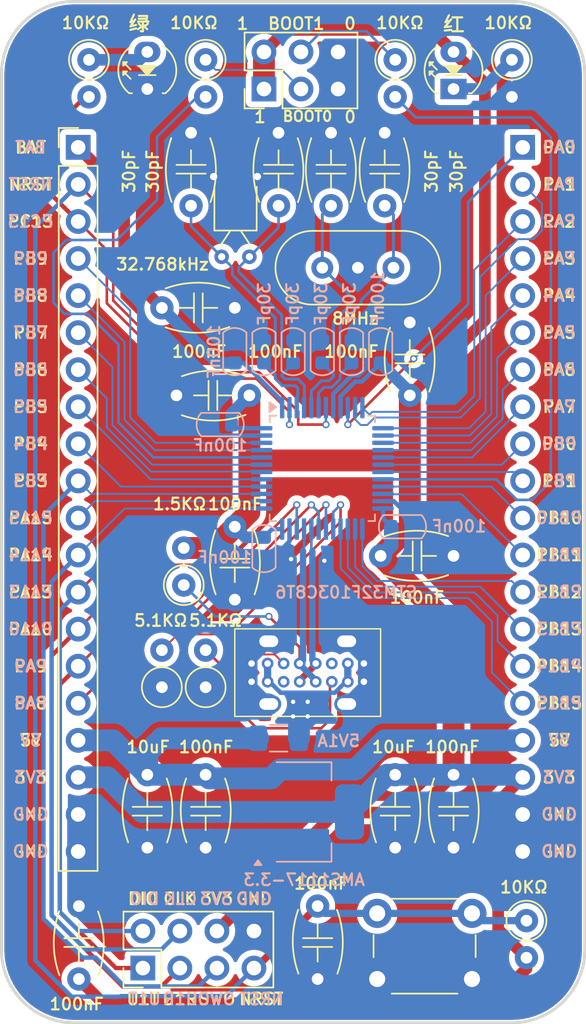
<source format=kicad_pcb>
(kicad_pcb (version 20240108) (generator "pcbnew") (generator_version "8.0")
  (layers (0 "F.Cu" signal) (31 "B.Cu" signal) (34 "B.Paste" user) (35 "F.Paste" user) (36 "B.SilkS" user "B.Silkscreen") (37 "F.SilkS" user "F.Silkscreen") (38 "B.Mask" user) (39 "F.Mask" user) (44 "Edge.Cuts" user))
  (net 0 "")
  (net 1 "+5V")
  (net 2 "GND")
  (net 3 "+3.3V")
  (net 4 "/NRST")
  (net 5 "/OSC32+")
  (net 6 "/OSC32-")
  (net 7 "/OSC+")
  (net 8 "/OSC-")
  (net 9 "+BATT")
  (net 10 "/VBUS")
  (net 12 "/D-")
  (net 14 "/D+")
  (net 15 "Net-(J1-CC2)")
  (net 16 "Net-(J1-CC1)")
  (net 17 "/PB3_SWO")
  (net 18 "/PA13_SWDIO")
  (net 19 "/PA10_USART1_RX")
  (net 20 "/PA9_USART1_TX")
  (net 21 "/PA14_SWCLK")
  (net 22 "Net-(J3-Pin_4)")
  (net 23 "Net-(J3-Pin_3)")
  (net 24 "/PA7")
  (net 25 "/PB11")
  (net 26 "/PA0")
  (net 27 "/PA1")
  (net 28 "/PA2")
  (net 29 "/PC13")
  (net 30 "/PB1")
  (net 31 "/PA3")
  (net 32 "/PB10")
  (net 33 "/PA6")
  (net 34 "/PA4")
  (net 35 "/PB0")
  (net 36 "/PA5")
  (net 37 "/PB12")
  (net 38 "/PB8")
  (net 39 "/PA8")
  (net 40 "/PB9")
  (net 41 "/PB7")
  (net 42 "/PB14")
  (net 43 "/PB4")
  (net 44 "/PB15")
  (net 45 "/PB13")
  (net 46 "/PB6")
  (net 47 "/PB5")
  (net 48 "/PA15")
  (net 49 "Net-(LED1-K)")
  (net 50 "Net-(LED2-A)")
  (net 51 "/BOOT0")
  (net 52 "/PB2_BOOT1")
  (footprint "PCM_Capacitor_THT_US_AKL:C_Disc_D5.1mm_W3.2mm_P5.00mm" (layer "F.Cu") (at 83.31 135 90)
    (property "Reference" "C5" (hide yes))
    (property "Value" "100nF")
  )
  (footprint "PCM_Resistor_THT_AKL:R_Axial_DIN0207_L6.3mm_D2.5mm_P2.54mm_Vertical" (layer "F.Cu") (at 113 72 -90)
    (property "Reference" "R4" (hide yes))
    (property "Value" "10KΩ")
  )
  (footprint "PCM_Resistor_THT_AKL:R_Axial_DIN0207_L6.3mm_D2.5mm_P2.54mm_Vertical" (layer "F.Cu") (at 105 72 -90)
    (property "Reference" "R8" (hide yes))
    (property "Value" "10KΩ")
  )
  (footprint "PCM_Capacitor_THT_US_AKL:C_Disc_D5.1mm_W3.2mm_P5.00mm" (layer "F.Cu") (at 105 121 -90)
    (property "Reference" "C3" (hide yes))
    (property "Value" "10uF")
  )
  (footprint "Connector_PinHeader_2.54mm:PinHeader_2x04_P2.54mm_Vertical" (layer "F.Cu") (at 87.695 134.25 90)
    (property "Reference" "J2" (hide yes))
    (property "Value" "Conn_02x04_Odd_Even" (hide yes))
  )
  (footprint "PCM_Resistor_THT_AKL:R_Axial_DIN0207_L6.3mm_D2.5mm_P2.54mm_Vertical" (layer "F.Cu") (at 92 72 -90)
    (property "Reference" "R7" (hide yes))
    (property "Value" "10KΩ")
  )
  (footprint "PCM_Capacitor_THT_US_AKL:C_Disc_D5.1mm_W3.2mm_P5.00mm" (layer "F.Cu") (at 99.68 130 -90)
    (property "Reference" "C6" (hide yes))
    (property "Value" "100nF")
  )
  (footprint "PCM_Capacitor_THT_US_AKL:C_Disc_D5.1mm_W3.2mm_P5.00mm" (layer "F.Cu") (at 109 121 -90)
    (property "Reference" "C4" (hide yes))
    (property "Value" "100nF")
  )
  (footprint "PCM_Capacitor_THT_US_AKL:C_Disc_D5.1mm_W3.2mm_P5.00mm" (layer "F.Cu") (at 88 121 -90)
    (property "Reference" "C1" (hide yes))
    (property "Value" "10uF")
  )
  (footprint "PCM_Resistor_THT_AKL:R_Axial_DIN0207_L6.3mm_D2.5mm_P2.54mm_Vertical" (layer "F.Cu") (at 114 131 -90)
    (property "Reference" "R6" (hide yes))
    (property "Value" "10KΩ")
  )
  (footprint "PCM_Resistor_THT_AKL:R_Axial_DIN0207_L6.3mm_D2.5mm_P2.54mm_Vertical" (layer "F.Cu") (at 84 72 -90)
    (property "Reference" "R1" (hide yes))
    (property "Value" "10KΩ")
  )
  (footprint "PCM_Resistor_THT_AKL:R_Axial_DIN0207_L6.3mm_D2.5mm_P2.54mm_Vertical" (layer "F.Cu") (at 90.5 108 90)
    (property "Reference" "R5" (hide yes))
    (property "Value" "1.5KΩ")
  )
  (footprint "PCM_LED_THT_AKL:LED_D3.0mm" (layer "F.Cu") (at 88 74 90)
    (property "Reference" "LED2" (hide yes))
    (property "Value" "绿")
  )
  (footprint "wsylib:USB_C_Receptacle_USB2.0_16P_Ping_in" (layer "F.Cu") (at 99 114)
    (property "Reference" "J1" (hide yes))
    (property "Value" "USB_C_Receptacle_USB2.0_16P" (hide yes))
  )
  (footprint "Connector_PinHeader_2.54mm:PinHeader_1x20_P2.54mm_Vertical" (layer "F.Cu") (at 113.74041 78)
    (property "Reference" "J4" (hide yes))
    (property "Value" "Conn_01x20" (hide yes))
  )
  (footprint "PCM_Capacitor_THT_US_AKL:C_Disc_D5.1mm_W3.2mm_P5.00mm" (layer "F.Cu") (at 100.6 82 90)
    (property "Reference" "C11" (hide yes))
    (property "Value" "30pF")
  )
  (footprint "Button_Switch_THT:SW_PUSH_6mm_H7.3mm" (layer "F.Cu") (at 110.265 135 180)
    (property "Reference" "SW1" (hide yes))
    (property "Value" "SW_DIP_x01" (hide yes))
  )
  (footprint "Connector_PinHeader_2.54mm:PinHeader_2x03_P2.54mm_Vertical" (layer "F.Cu") (at 96 74 90)
    (property "Reference" "J3" (hide yes))
    (property "Value" "Conn_02x03_Odd_Even" (hide yes))
  )
  (footprint "PCM_Capacitor_THT_US_AKL:C_Disc_D5.1mm_W3.2mm_P5.00mm" (layer "F.Cu") (at 89 89)
    (property "Reference" "C15" (hide yes))
    (property "Value" "100nF")
  )
  (footprint "Connector_PinHeader_2.54mm:PinHeader_1x20_P2.54mm_Vertical" (layer "F.Cu") (at 83.25959 78)
    (property "Reference" "J5" (hide yes))
    (property "Value" "Conn_01x20" (hide yes))
  )
  (footprint "PCM_Capacitor_THT_US_AKL:C_Disc_D5.1mm_W3.2mm_P5.00mm" (layer "F.Cu") (at 104.28 82 90)
    (property "Reference" "C12" (hide yes))
    (property "Value" "30pF")
  )
  (footprint "PCM_Capacitor_THT_US_AKL:C_Disc_D5.1mm_W3.2mm_P5.00mm" (layer "F.Cu") (at 92 121 -90)
    (property "Reference" "C2" (hide yes))
    (property "Value" "100nF")
  )
  (footprint "PCM_Capacitor_THT_US_AKL:C_Disc_D5.1mm_W3.2mm_P5.00mm" (layer "F.Cu") (at 91 82 90)
    (property "Reference" "C7" (hide yes))
    (property "Value" "30pF")
  )
  (footprint "PCM_Resistor_THT_AKL:R_Axial_DIN0207_L6.3mm_D2.5mm_P2.54mm_Vertical" (layer "F.Cu") (at 92 115 90)
    (property "Reference" "R3" (hide yes))
    (property "Value" "5.1KΩ")
  )
  (footprint "PCM_Capacitor_THT_US_AKL:C_Disc_D5.1mm_W3.2mm_P5.00mm" (layer "F.Cu") (at 94 104 -90)
    (property "Reference" "C17" (hide yes))
    (property "Value" "100nF")
  )
  (footprint "PCM_Capacitor_THT_US_AKL:C_Disc_D5.1mm_W3.2mm_P5.00mm" (layer "F.Cu") (at 106 95 90)
    (property "Reference" "C19" (hide yes))
    (property "Value" "100nF")
  )
  (footprint "PCM_Resistor_THT_AKL:R_Axial_DIN0207_L6.3mm_D2.5mm_P2.54mm_Vertical" (layer "F.Cu") (at 89 115 90)
    (property "Reference" "R2" (hide yes))
    (property "Value" "5.1KΩ")
  )
  (footprint "PCM_LED_THT_AKL:LED_D3.0mm" (layer "F.Cu") (at 109 74 90)
    (property "Reference" "LED1" (hide yes))
    (property "Value" "红")
  )
  (footprint "PCM_Capacitor_THT_US_AKL:C_Disc_D5.1mm_W3.2mm_P5.00mm" (layer "F.Cu") (at 97 82 90)
    (property "Reference" "C8" (hide yes))
    (property "Value" "30pF")
  )
  (footprint "PCM_Capacitor_THT_US_AKL:C_Disc_D5.1mm_W3.2mm_P5.00mm" (layer "F.Cu") (at 95 95 180)
    (property "Reference" "C18" (hide yes))
    (property "Value" "100nF")
  )
  (footprint "PCM_Crystal_AKL:Crystal_HC49-U-3Pin_Vertical" (layer "F.Cu") (at 100 86.25)
    (property "Reference" "X2" (hide yes))
    (property "Value" "8MHz")
  )
  (footprint "Crystal:Crystal_DS26_D2.0mm_L6.0mm_Horizontal_1EP_style2" (layer "F.Cu") (at 95 85.5 180)
    (property "Reference" "X1" (hide yes))
    (property "Value" "32.768kHz")
  )
  (footprint "PCM_Capacitor_THT_US_AKL:C_Disc_D5.1mm_W3.2mm_P5.00mm" (layer "F.Cu") (at 104 106)
    (property "Reference" "C16" (hide yes))
    (property "Value" "100nF")
  )
  (footprint "PCM_Capacitor_SMD_AKL:C_0603_1608Metric" (layer "B.Cu") (at 96 105.5 -90)
    (property "Reference" "C20" (hide yes))
    (property "Value" "100nF")
  )
  (footprint "PCM_Capacitor_SMD_AKL:C_0603_1608Metric" (layer "B.Cu") (at 94 92 90)
    (property "Reference" "C24" (hide yes))
    (property "Value" "100nF")
  )
  (footprint "PCM_Capacitor_SMD_AKL:C_0603_1608Metric" (layer "B.Cu") (at 104 92 90)
    (property "Reference" "C22" (hide yes))
    (property "Value" "100nF")
  )
  (footprint "Package_TO_SOT_SMD:SOT-223-3_TabPin2" (layer "B.Cu") (at 98.72 123.55)
    (property "Reference" "U1" (hide yes))
    (property "Value" "AMS1117-3.3")
  )
  (footprint "Fuse:Fuse_1206_3216Metric" (layer "B.Cu") (at 97 118.5 180)
    (property "Reference" "F1" (hide yes))
    (property "Value" "5V1A")
  )
  (footprint "PCM_Capacitor_SMD_AKL:C_0603_1608Metric" (layer "B.Cu") (at 96 92 90)
    (property "Reference" "C9" (hide yes))
    (property "Value" "30pF")
  )
  (footprint "PCM_Capacitor_SMD_AKL:C_0603_1608Metric" (layer "B.Cu") (at 100 92 90)
    (property "Reference" "C13" (hide yes))
    (property "Value" "30pF")
  )
  (footprint "PCM_Capacitor_SMD_AKL:C_0603_1608Metric" (layer "B.Cu") (at 105.5 104)
    (property "Reference" "C23" (hide yes))
    (property "Value" "100nF")
  )
  (footprint "Package_QFP:LQFP-48_7x7mm_P0.5mm" (layer "B.Cu") (at 100 100 -90)
    (property "Reference" "U2" (hide yes))
    (property "Value" "STM32F103C8T6")
  )
  (footprint "PCM_Capacitor_SMD_AKL:C_0603_1608Metric" (layer "B.Cu") (at 102 92 90)
    (property "Reference" "C14" (hide yes))
    (property "Value" "30pF")
  )
  (footprint "PCM_Capacitor_SMD_AKL:C_0603_1608Metric" (layer "B.Cu") (at 98 92 90)
    (property "Reference" "C10" (hide yes))
    (property "Value" "30pF")
  )
  (footprint "PCM_Capacitor_SMD_AKL:C_0603_1608Metric" (layer "B.Cu") (at 93 97 180)
    (property "Reference" "C21" (hide yes))
    (property "Value" "100nF")
  )
  (gr_arc (start 118 133) (mid 116.535534 136.535534) (end 113 138) (stroke (width 0.2)) (layer "Edge.Cuts"))
  (gr_line (start 83 68) (end 113 68) (stroke (width 0.2)) (layer "Edge.Cuts"))
  (gr_line (start 113 138) (end 83 138) (stroke (width 0.2)) (layer "Edge.Cuts"))
  (gr_arc (start 113 68) (mid 116.535534 69.464466) (end 118 73) (stroke (width 0.2)) (layer "Edge.Cuts"))
  (gr_arc (start 83 138) (mid 79.464466 136.535534) (end 78 133) (stroke (width 0.2)) (layer "Edge.Cuts"))
  (gr_arc (start 78 73) (mid 79.464466 69.464466) (end 83 68) (stroke (width 0.2)) (layer "Edge.Cuts"))
  (gr_line (start 118 73) (end 118 133) (stroke (width 0.2)) (layer "Edge.Cuts"))
  (gr_line (start 78 133) (end 78 73) (stroke (width 0.2)) (layer "Edge.Cuts"))
  (gr_text "3V3\n" (at 80 121.18 -0) (layer "B.SilkS") (effects (font (size 0.8 0.8) (thickness 0.15) (bold yes)) (justify mirror)))
  (gr_text "GND" (at 95.335714 129.51 -0) (layer "B.SilkS") (effects (font (size 0.8 0.8) (thickness 0.15) (bold yes)) (justify mirror)))
  (gr_text "PB13" (at 116.24 111.01 -0) (layer "B.SilkS") (effects (font (size 0.8 0.8) (thickness 0.15) (bold yes)) (justify mirror)))
  (gr_text "PA8" (at 80 116.1 -0) (layer "B.SilkS") (effects (font (size 0.8 0.8) (thickness 0.15) (bold yes)) (justify mirror)))
  (gr_text "GND" (at 80 123.72 -0) (layer "B.SilkS") (effects (font (size 0.8 0.8) (thickness 0.15) (bold yes)) (justify mirror)))
  (gr_text "PB7" (at 80 90.7 -0) (layer "B.SilkS") (effects (font (size 0.8 0.8) (thickness 0.15) (bold yes)) (justify mirror)))
  (gr_text "GND" (at 116.24 123.71 -0) (layer "B.SilkS") (effects (font (size 0.8 0.8) (thickness 0.15) (bold yes)) (justify mirror)))
  (gr_text "PB4" (at 80 98.32 -0) (layer "B.SilkS") (effects (font (size 0.8 0.8) (thickness 0.15) (bold yes)) (justify mirror)))
  (gr_text "PB11" (at 116.24 105.93 -0) (layer "B.SilkS") (effects (font (size 0.8 0.8) (thickness 0.15) (bold yes)) (justify mirror)))
  (gr_text "PB12" (at 116.24 108.47 -0) (layer "B.SilkS") (effects (font (size 0.8 0.8) (thickness 0.15) (bold yes)) (justify mirror)))
  (gr_text "U1R" (at 90.28 136.37 -0) (layer "B.SilkS") (effects (font (size 0.8 0.8) (thickness 0.15) (bold yes)) (justify mirror)))
  (gr_text "PB5" (at 80 95.78 -0) (layer "B.SilkS") (effects (font (size 0.8 0.8) (thickness 0.15) (bold yes)) (justify mirror)))
  (gr_text "PA2" (at 116.24 83.07 -0) (layer "B.SilkS") (effects (font (size 0.8 0.8) (thickness 0.15) (bold yes)) (justify mirror)))
  (gr_text "PB14" (at 116.24 113.55 -0) (layer "B.SilkS") (effects (font (size 0.8 0.8) (thickness 0.15) (bold yes)) (justify mirror)))
  (gr_text "BAT\n" (at 80 78 -0) (layer "B.SilkS") (effects (font (size 0.8 0.8) (thickness 0.15) (bold yes)) (justify mirror)))
  (gr_text "PA0\n" (at 116.24 77.99 -0) (layer "B.SilkS") (effects (font (size 0.8 0.8) (thickness 0.15) (bold yes)) (justify mirror)))
  (gr_text "3V3" (at 116.24 121.17 -0) (layer "B.SilkS") (effects (font (size 0.8 0.8) (thickness 0.15) (bold yes)) (justify mirror)))
  (gr_text "PA6" (at 116.24 93.23 -0) (layer "B.SilkS") (effects (font (size 0.8 0.8) (thickness 0.15) (bold yes)) (justify mirror)))
  (gr_text "NRST" (at 95.835714 136.38 0) (layer "B.SilkS") (effects (font (size 0.8 0.8) (thickness 0.15) (bold yes)) (justify mirror)))
  (gr_text "GND" (at 116.24 126.25 -0) (layer "B.SilkS") (effects (font (size 0.8 0.8) (thickness 0.15) (bold yes)) (justify mirror)))
  (gr_text "PB6\n" (at 80 93.24 -0) (layer "B.SilkS") (effects (font (size 0.8 0.8) (thickness 0.15) (bold yes)) (justify mirror)))
  (gr_text "PB3" (at 80 100.86 -0) (layer "B.SilkS") (effects (font (size 0.8 0.8) (thickness 0.15) (bold yes)) (justify mirror)))
  (gr_text "CLK" (at 90.28 129.5 -0) (layer "B.SilkS") (effects (font (size 0.8 0.8) (thickness 0.15) (bold yes)) (justify mirror)))
  (gr_text "PB8" (at 80 88.16 -0) (layer "B.SilkS") (effects (font (size 0.8 0.8) (thickness 0.15) (bold yes)) (justify mirror)))
  (gr_text "GND" (at 80 126.26 -0) (layer "B.SilkS") (effects (font (size 0.8 0.8) (thickness 0.15) (bold yes)) (justify mirror)))
  (gr_text "SWO" (at 92.71 136.36 -0) (layer "B.SilkS") (effects (font (size 0.8 0.8) (thickness 0.15) (bold yes)) (justify mirror)))
  (gr_text "PA7" (at 116.24 95.77 -0) (layer "B.SilkS") (effects (font (size 0.8 0.8) (thickness 0.15) (bold yes)) (justify mirror)))
  (gr_text "PA1" (at 116.24 80.53 -0) (layer "B.SilkS") (effects (font (size 0.8 0.8) (thickness 0.15) (bold yes)) (justify mirror)))
  (gr_text "PC13" (at 80 83.08 -0) (layer "B.SilkS") (effects (font (size 0.8 0.8) (thickness 0.15) (bold yes)) (justify mirror)))
  (gr_text "PB15" (at 116.24 116.09 -0) (layer "B.SilkS") (effects (font (size 0.8 0.8) (thickness 0.15) (bold yes)) (justify mirror)))
  (gr_text "PA9" (at 80 113.56 -0) (layer "B.SilkS") (effects (font (size 0.8 0.8) (thickness 0.15) (bold yes)) (justify mirror)))
  (gr_text "PA10" (at 80 111.02 -0) (layer "B.SilkS") (effects (font (size 0.8 0.8) (thickness 0.15) (bold yes)) (justify mirror)))
  (gr_text "3V3" (at 92.71 129.49 -0) (layer "B.SilkS") (effects (font (size 0.8 0.8) (thickness 0.15) (bold yes)) (justify mirror)))
  (gr_text "DIO\n" (at 87.81 129.5 -0) (layer "B.SilkS") (effects (font (size 0.8 0.8) (thickness 0.15) (bold yes)) (justify mirror)))
  (gr_text "PB10" (at 116.24 103.39 -0) (layer "B.SilkS") (effects (font (size 0.8 0.8) (thickness 0.15) (bold yes)) (justify mirror)))
  (gr_text "PB1" (at 116.24 100.85 -0) (layer "B.SilkS") (effects (font (size 0.8 0.8) (thickness 0.15) (bold yes)) (justify mirror)))
  (gr_text "NRST" (at 80 80.54 -0) (layer "B.SilkS") (effects (font (size 0.8 0.8) (thickness 0.15) (bold yes)) (justify mirror)))
  (gr_text "PA15" (at 80 103.4 -0) (layer "B.SilkS") (effects (font (size 0.8 0.8) (thickness 0.15) (bold yes)) (justify mirror)))
  (gr_text "PB0" (at 116.24 98.31 -0) (layer "B.SilkS") (effects (font (size 0.8 0.8) (thickness 0.15) (bold yes)) (justify mirror)))
  (gr_text "PA5" (at 116.24 90.69 -0) (layer "B.SilkS") (effects (font (size 0.8 0.8) (thickness 0.15) (bold yes)) (justify mirror)))
  (gr_text "5V" (at 80 118.64 -0) (layer "B.SilkS") (effects (font (size 0.8 0.8) (thickness 0.15) (bold yes)) (justify mirror)))
  (gr_text "PA4" (at 116.24 88.15 -0) (layer "B.SilkS") (effects (font (size 0.8 0.8) (thickness 0.15) (bold yes)) (justify mirror)))
  (gr_text "PB9" (at 80 85.62 -0) (layer "B.SilkS") (effects (font (size 0.8 0.8) (thickness 0.15) (bold yes)) (justify mirror)))
  (gr_text "U1T" (at 87.81 136.37 -0) (layer "B.SilkS") (effects (font (size 0.8 0.8) (thickness 0.15) (bold yes)) (justify mirror)))
  (gr_text "5V" (at 116.24 118.63 -0) (layer "B.SilkS") (effects (font (size 0.8 0.8) (thickness 0.15) (bold yes)) (justify mirror)))
  (gr_text "PA13" (at 80 108.48 -0) (layer "B.SilkS") (effects (font (size 0.8 0.8) (thickness 0.15) (bold yes)) (justify mirror)))
  (gr_text "PA14" (at 80 105.94 -0) (layer "B.SilkS") (effects (font (size 0.8 0.8) (thickness 0.15) (bold yes)) (justify mirror)))
  (gr_text "PA3" (at 116.24 85.61 -0) (layer "B.SilkS") (effects (font (size 0.8 0.8) (thickness 0.15) (bold yes)) (justify mirror)))
  (gr_text "3V3" (at 92.775 129.5 0) (layer "F.SilkS") (effects (font (size 0.8 0.8) (thickness 0.15) (bold yes))))
  (gr_text "GND" (at 116.25 126.26 0) (layer "F.SilkS") (effects (font (size 0.8 0.8) (thickness 0.15) (bold yes))))
  (gr_text "PB10" (at 116.25 103.4 0) (layer "F.SilkS") (effects (font (size 0.8 0.8) (thickness 0.15) (bold yes))))
  (gr_text "PA8" (at 80 116.1 0) (layer "F.SilkS") (effects (font (size 0.8 0.8) (thickness 0.15) (bold yes))))
  (gr_text "1" (at 95.25 76.383039 0) (layer "F.SilkS") (effects (font (size 0.8 0.8) (thickness 0.15) (bold yes)) (justify left bottom)))
  (gr_text "5V" (at 116.25 118.64 0) (layer "F.SilkS") (effects (font (size 0.8 0.8) (thickness 0.15) (bold yes))))
  (gr_text "PA14" (at 80 105.94 0) (layer "F.SilkS") (effects (font (size 0.8 0.8) (thickness 0.15) (bold yes))))
  (gr_text "GND" (at 80 126.26 0) (layer "F.SilkS") (effects (font (size 0.8 0.8) (thickness 0.15) (bold yes))))
  (gr_text "PB7" (at 80 90.7 0) (layer "F.SilkS") (effects (font (size 0.8 0.8) (thickness 0.15) (bold yes))))
  (gr_text "PA10" (at 80 111.02 0) (layer "F.SilkS") (effects (font (size 0.8 0.8) (thickness 0.15) (bold yes))))
  (gr_text "PB5" (at 80 95.78 0) (layer "F.SilkS") (effects (font (size 0.8 0.8) (thickness 0.15) (bold yes))))
  (gr_text "PA1" (at 116.25 80.54 0) (layer "F.SilkS") (effects (font (size 0.8 0.8) (thickness 0.15) (bold yes))))
  (gr_text "PC13" (at 80 83.08 0) (layer "F.SilkS") (effects (font (size 0.8 0.8) (thickness 0.15) (bold yes))))
  (gr_text "BOOT1\n" (at 96.196187 69.98875 0) (layer "F.SilkS") (effects (font (size 0.8 0.8) (thickness 0.15) (bold yes)) (justify left bottom)))
  (gr_text "PB1" (at 116.25 100.86 0) (layer "F.SilkS") (effects (font (size 0.8 0.8) (thickness 0.15) (bold yes))))
  (gr_text "PA15" (at 80 103.4 0) (layer "F.SilkS") (effects (font (size 0.8 0.8) (thickness 0.15) (bold yes))))
  (gr_text "5V" (at 80 118.64 0) (layer "F.SilkS") (effects (font (size 0.8 0.8) (thickness 0.15) (bold yes))))
  (gr_text "BOOT0\n\n" (at 97.2 77.41 0) (layer "F.SilkS") (effects (font (size 0.7 0.7) (thickness 0.15) (bold yes)) (justify left bottom)))
  (gr_text "PB11" (at 116.25 105.94 0) (layer "F.SilkS") (effects (font (size 0.8 0.8) (thickness 0.15) (bold yes))))
  (gr_text "PB8" (at 80 88.16 0) (layer "F.SilkS") (effects (font (size 0.8 0.8) (thickness 0.15) (bold yes))))
  (gr_text "SWO" (at 92.775 136.37 0) (layer "F.SilkS") (effects (font (size 0.8 0.8) (thickness 0.15) (bold yes))))
  (gr_text "NRST" (at 95.815 136.37 0) (layer "F.SilkS") (effects (font (size 0.8 0.8) (thickness 0.15) (bold yes))))
  (gr_text "PB4" (at 80 98.32 0) (layer "F.SilkS") (effects (font (size 0.8 0.8) (thickness 0.15) (bold yes))))
  (gr_text "GND" (at 95.315 129.5 0) (layer "F.SilkS") (effects (font (size 0.8 0.8) (thickness 0.15) (bold yes))))
  (gr_text "PB13" (at 116.25 111.02 0) (layer "F.SilkS") (effects (font (size 0.8 0.8) (thickness 0.15) (bold yes))))
  (gr_text "PB0" (at 116.25 98.32 0) (layer "F.SilkS") (effects (font (size 0.8 0.8) (thickness 0.15) (bold yes))))
  (gr_text "PA0\n" (at 116.25 78 0) (layer "F.SilkS") (effects (font (size 0.8 0.8) (thickness 0.15) (bold yes))))
  (gr_text "0" (at 101.422793 69.98875 0) (layer "F.SilkS") (effects (font (size 0.8 0.8) (thickness 0.15) (bold yes)) (justify left bottom)))
  (gr_text "U1R" (at 90.235 136.37 0) (layer "F.SilkS") (effects (font (size 0.8 0.8) (thickness 0.15) (bold yes))))
  (gr_text "GND" (at 116.25 123.72 0) (layer "F.SilkS") (effects (font (size 0.8 0.8) (thickness 0.15) (bold yes))))
  (gr_text "DIO\n" (at 87.695 129.5 0) (layer "F.SilkS") (effects (font (size 0.8 0.8) (thickness 0.15) (bold yes))))
  (gr_text "GND" (at 80 123.72 0) (layer "F.SilkS") (effects (font (size 0.8 0.8) (thickness 0.15) (bold yes))))
  (gr_text "PB3" (at 80 100.86 0) (layer "F.SilkS") (effects (font (size 0.8 0.8) (thickness 0.15) (bold yes))))
  (gr_text "3V3" (at 116.25 121.18 0) (layer "F.SilkS") (effects (font (size 0.8 0.8) (thickness 0.15) (bold yes))))
  (gr_text "0" (at 101.43 76.383039 0) (layer "F.SilkS") (effects (font (size 0.8 0.8) (thickness 0.15) (bold yes)) (justify left bottom)))
  (gr_text "PA6" (at 116.25 93.24 0) (layer "F.SilkS") (effects (font (size 0.8 0.8) (thickness 0.15) (bold yes))))
  (gr_text "PA2" (at 116.25 83.08 0) (layer "F.SilkS") (effects (font (size 0.8 0.8) (thickness 0.15) (bold yes))))
  (gr_text "PB15" (at 116.25 116.1 0) (layer "F.SilkS") (effects (font (size 0.8 0.8) (thickness 0.15) (bold yes))))
  (gr_text "CLK" (at 90.235 129.5 0) (layer "F.SilkS") (effects (font (size 0.8 0.8) (thickness 0.15) (bold yes))))
  (gr_text "PA5" (at 116.25 90.7 0) (layer "F.SilkS") (effects (font (size 0.8 0.8) (thickness 0.15) (bold yes))))
  (gr_text "NRST" (at 80 80.54 0) (layer "F.SilkS") (effects (font (size 0.8 0.8) (thickness 0.15) (bold yes))))
  (gr_text "PA13" (at 80 108.48 0) (layer "F.SilkS") (effects (font (size 0.8 0.8) (thickness 0.15) (bold yes))))
  (gr_text "PA3" (at 116.25 85.62 0) (layer "F.SilkS") (effects (font (size 0.8 0.8) (thickness 0.15) (bold yes))))
  (gr_text "3V3\n" (at 80 121.18 0) (layer "F.SilkS") (effects (font (size 0.8 0.8) (thickness 0.15) (bold yes))))
  (gr_text "PA4" (at 116.25 88.16 0) (layer "F.SilkS") (effects (font (size 0.8 0.8) (thickness 0.15) (bold yes))))
  (gr_text "U1T" (at 87.695 136.37 0) (layer "F.SilkS") (effects (font (size 0.8 0.8) (thickness 0.15) (bold yes))))
  (gr_text "PA7" (at 116.25 95.78 0) (layer "F.SilkS") (effects (font (size 0.8 0.8) (thickness 0.15) (bold yes))))
  (gr_text "PA9" (at 80 113.56 0) (layer "F.SilkS") (effects (font (size 0.8 0.8) (thickness 0.15) (bold yes))))
  (gr_text "PB14" (at 116.25 113.56 0) (layer "F.SilkS") (effects (font (size 0.8 0.8) (thickness 0.15) (bold yes))))
  (gr_text "BAT\n" (at 80 78 0) (layer "F.SilkS") (effects (font (size 0.8 0.8) (thickness 0.15) (bold yes))))
  (gr_text "PB9" (at 80 85.62 0) (layer "F.SilkS") (effects (font (size 0.8 0.8) (thickness 0.15) (bold yes))))
  (gr_text "1" (at 94.055295 69.98875 0) (layer "F.SilkS") (effects (font (size 0.8 0.8) (thickness 0.15) (bold yes)) (justify left bottom)))
  (gr_text "PB6\n" (at 80 93.24 0) (layer "F.SilkS") (effects (font (size 0.8 0.8) (thickness 0.15) (bold yes))))
  (gr_text "PB12" (at 116.25 108.48 0) (layer "F.SilkS") (effects (font (size 0.8 0.8) (thickness 0.15) (bold yes))))
  (segment (start 96.5 121.25) (end 97.11 120.64) (width 1.5) (layer "B.Cu") (net 1))
  (segment (start 85.64 118.64) (end 88 121) (width 1.5) (layer "B.Cu") (net 1))
  (segment (start 92 121) (end 88 121) (width 1.5) (layer "B.Cu") (net 1))
  (segment (start 95.57 121.25) (end 96.5 121.25) (width 1.5) (layer "B.Cu") (net 1))
  (segment (start 95.57 121.25) (end 92.25 121.25) (width 1.5) (layer "B.Cu") (net 1))
  (segment (start 92.25 121.25) (end 92 121) (width 1.5) (layer "B.Cu") (net 1))
  (segment (start 88 119.49) (end 88 121) (width 1.5) (layer "B.Cu") (net 1))
  (segment (start 83.25959 118.64) (end 85.64 118.64) (width 1.5) (layer "B.Cu") (net 1))
  (segment (start 104.28 118.64) (end 113.74041 118.64) (width 1.5) (layer "B.Cu") (net 1))
  (segment (start 95.6 118.5) (end 88.99 118.5) (width 1.5) (layer "B.Cu") (net 1))
  (segment (start 102.28 120.64) (end 104.28 118.64) (width 1.5) (layer "B.Cu") (net 1))
  (segment (start 97.11 120.64) (end 102.28 120.64) (width 1.5) (layer "B.Cu") (net 1))
  (segment (start 88.99 118.5) (end 88 119.49) (width 1.5) (layer "B.Cu") (net 1))
  (segment (start 88 74) (end 91 77) (width 1.5) (layer "F.Cu") (net 2))
  (segment (start 102.85 113.375) (end 102.85 114.625) (width 0.8) (layer "F.Cu") (net 2))
  (segment (start 95.15 113.375) (end 95.15 114.625) (width 0.8) (layer "F.Cu") (net 2))
  (via (at 97.8568 106.22) (size 0.5) (drill 0.3) (layers "F.Cu" "B.Cu") (net 2))
  (via (at 100.1432 106.33) (size 0.5) (drill 0.3) (layers "F.Cu" "B.Cu") (net 2))
  (segment (start 100.75 94.9) (end 100.75 95.8375) (width 0.3) (layer "B.Cu") (net 2))
  (segment (start 92 115) (end 93.178577 116.178577) (width 1.5) (layer "B.Cu") (net 2))
  (segment (start 89 115) (end 92 115) (width 1.5) (layer "B.Cu") (net 2))
  (segment (start 101.08 76.52) (end 100.6 77) (width 1.5) (layer "B.Cu") (net 2))
  (segment (start 101.67 111.85) (end 100.1432 111.85) (width 0.8) (layer "B.Cu") (net 2))
  (segment (start 92.15 125.85) (end 92 126) (width 1.5) (layer "B.Cu") (net 2))
  (segment (start 99.68 135) (end 103.765 135) (width 1.5) (layer "B.Cu") (net 2))
  (segment (start 113.74041 123.72) (end 113.74041 126.26) (width 1.5) (layer "B.Cu") (net 2))
  (segment (start 113.48041 126) (end 113.74041 126.26) (width 1.5) (layer "B.Cu") (net 2))
  (segment (start 100.1432 111.85) (end 100.1432 106.33) (width 0.8) (layer "B.Cu") (net 2))
  (segment (start 95.8375 97.75) (end 95.8325 97.755) (width 0.3) (layer "B.Cu") (net 2))
  (segment (start 88 126) (end 83.51959 126) (width 1.5) (layer "B.Cu") (net 2))
  (segment (start 101.08 74) (end 101.08 71.46) (width 1.5) (layer "B.Cu") (net 2))
  (segment (start 95.57 125.85) (end 96.18 126.46) (width 1.5) (layer "B.Cu") (net 2))
  (segment (start 90 95) (end 90.225 95) (width 0.8) (layer "B.Cu") (net 2))
  (segment (start 95.15 113.03) (end 96.33 111.85) (width 0.8) (layer "B.Cu") (net 2))
  (segment (start 97.75 105) (end 96.475 106.275) (width 0.3) (layer "B.Cu") (net 2))
  (segment (start 103.06 91.225) (end 103.06 93.06) (width 0.3) (layer "B.Cu") (net 2))
  (segment (start 93.178577 116.178577) (end 96.301423 116.178577) (width 1.5) (layer "B.Cu") (net 2))
  (segment (start 95.57 131.455) (end 95.315 131.71) (width 1.5) (layer "B.Cu") (net 2))
  (segment (start 104.904124 102.25) (end 106.275 103.620876) (width 0.3) (layer "B.Cu") (net 2))
  (segment (start 96.475 106.275) (end 96 106.275) (width 0.3) (layer "B.Cu") (net 2))
  (segment (start 96.33 111.85) (end 97.8 111.85) (width 0.8) (layer "B.Cu") (net 2))
  (segment (start 95.15 114.97) (end 96.33 116.15) (width 0.8) (layer "B.Cu") (net 2))
  (segment (start 96 107) (end 94 109) (width 1) (layer "B.Cu") (net 2))
  (segment (start 104 91.225) (end 104.775 91.225) (width 0.8) (layer "B.Cu") (net 2))
  (segment (start 101.08 74) (end 101.08 76.52) (width 1.5) (layer "B.Cu") (net 2))
  (segment (start 97.8568 111.8432) (end 97.8568 106.22) (width 0.8) (layer "B.Cu") (net 2))
  (segment (start 97.8 111.85) (end 97.8 111.8432) (width 0.8) (layer "B.Cu") (net 2))
  (segment (start 96.18 126.46) (end 104.54 126.46) (width 1.5) (layer "B.Cu") (net 2))
  (segment (start 102.85 113.03) (end 101.67 111.85) (width 0.8) (layer "B.Cu") (net 2))
  (segment (start 109 126) (end 113.48041 126) (width 1.5) (layer "B.Cu") (net 2))
  (segment (start 104.1625 102.25) (end 104.904124 102.25) (width 0.3) (layer "B.Cu") (net 2))
  (segment (start 92.98 97.755) (end 92.225 97) (width 0.3) (layer "B.Cu") (net 2))
  (segment (start 103.06 91.225) (end 102 91.225) (width 0.5) (layer "B.Cu") (net 2))
  (segment (start 95.8325 97.755) (end 92.98 97.755) (width 0.3) (layer "B.Cu") (net 2))
  (segment (start 96.39 131.71) (end 99.68 135) (width 1.5) (layer "B.Cu") (net 2))
  (segment (start 91 77) (end 104.28 77) (width 1.5) (layer "B.Cu") (net 2))
  (segment (start 95.57 125.85) (end 92.15 125.85) (width 1.5) (layer "B.Cu") (net 2))
  (segment (start 95.15 113.375) (end 95.15 113.03) (width 0.8) (layer "B.Cu") (net 2))
  (segment (start 110.265 135) (end 103.765 135) (width 1.5) (layer "B.Cu") (net 2))
  (segment (start 104 91.225) (end 103.06 91.225) (width 0.5) (layer "B.Cu") (net 2))
  (segment (start 83.51959 126) (end 83.25959 126.26) (width 1.5) (layer "B.Cu") (net 2))
  (segment (start 102.03 93.62) (end 100.75 94.9) (width 0.3) (layer "B.Cu") (net 2))
  (segment (start 95.55 78.45) (end 97 77) (width 1.5) (layer "B.Cu") (net 2))
  (segment (start 103.06 93.06) (end 102.5 93.62) (width 0.3) (layer "B.Cu") (net 2))
  (segment (start 98 91.225) (end 100 91.225) (width 0.5) (layer "B.Cu") (net 2))
  (segment (start 102.85 113.375) (end 102.85 114.97) (width 0.8) (layer "B.Cu") (net 2))
  (segment (start 83.25959 123.72) (end 83.25959 126.26) (width 1.5) (layer "B.Cu") (net 2))
  (segment (start 90.225 95) (end 92.225 97) (width 0.8) (layer "B.Cu") (net 2))
  (segment (start 97.75 104.1625) (end 97.75 105) (width 0.3) (layer "B.Cu") (net 2))
  (segment (start 83.25959 129.94959) (end 83.31 130) (width 1.5) (layer "B.Cu") (net 2))
  (segment (start 95.57 125.85) (end 95.57 131.455) (width 1.5) (layer "B.Cu") (net 2))
  (segment (start 102.5 93.62) (end 102.03 93.62) (width 0.3) (layer "B.Cu") (net 2))
  (segment (start 94 91.225) (end 96 91.225) (width 0.5) (layer "B.Cu") (net 2))
  (segment (start 92.55 78.55) (end 91 77) (width 1.5) (layer "B.Cu") (net 2))
  (segment (start 108.275 106) (end 106.275 104) (width 1) (layer "B.Cu") (net 2))
  (segment (start 104.775 91.225) (end 106 90) (width 0.8) (layer "B.Cu") (net 2))
  (segment (start 104.54 126.46) (end 105 126) (width 1.5) (layer "B.Cu") (net 2))
  (segment (start 105 126) (end 109 126) (width 1.5) (layer "B.Cu") (net 2))
  (segment (start 95.315 131.71) (end 96.39 131.71) (width 1.5) (layer "B.Cu") (net 2))
  (segment (start 95.15 113.375) (end 95.15 114.97) (width 0.8) (layer "B.Cu") (net 2))
  (segment (start 96 106.275) (end 96 107) (width 1) (layer "B.Cu") (net 2))
  (segment (start 109 106) (end 108.275 106) (width 1) (layer "B.Cu") (net 2))
  (segment (start 106.275 103.620876) (end 106.275 104) (width 0.3) (layer "B.Cu") (net 2))
  (segment (start 92.55 80) (end 92.55 78.55) (width 1.5) (layer "B.Cu") (net 2))
  (segment (start 94 89) (end 94 91.225) (width 0.8) (layer "B.Cu") (net 2))
  (segment (start 102.85 113.375) (end 102.85 113.03) (width 0.8) (layer "B.Cu") (net 2))
  (segment (start 83.25959 126.26) (end 83.25959 129.94959) (width 1.5) (layer "B.Cu") (net 2))
  (segment (start 95.55 80) (end 95.55 78.45) (width 1.5) (layer "B.Cu") (net 2))
  (segment (start 102.85 114.97) (end 101.67 116.15) (width 0.8) (layer "B.Cu") (net 2))
  (segment (start 92 126) (end 88 126) (width 1.5) (layer "B.Cu") (net 2))
  (segment (start 84.97 136.66) (end 111.63 136.66) (width 0.8) (layer "F.Cu") (net 3))
  (segment (start 112.06 131.6) (end 112.06 122.86041) (width 0.8) (layer "F.Cu") (net 3))
  (segment (start 95 95) (end 95 99.46) (width 1.5) (layer "F.Cu") (net 3))
  (segment (start 106.41 123.59) (end 109 121) (width 0.8) (layer "F.Cu") (net 3))
  (segment (start 109 111) (end 104 106) (width 1.5) (layer "F.Cu") (net 3))
  (segment (start 111.15 73.61) (end 109 71.46) (width 0.8) (layer "F.Cu") (net 3))
  (segment (start 114 133.54) (end 112.06 131.6) (width 0.8) (layer "F.Cu") (net 3))
  (segment (start 96 71.46) (end 96 74) (width 1.5) (layer "F.Cu") (net 3))
  (segment (start 92.54 105.46) (end 94 104) (width 1.5) (layer "F.Cu") (net 3))
  (segment (start 97.51 69.95) (end 107.49 69.95) (width 0.8) (layer "F.Cu") (net 3))
  (segment (start 100.895 123.59) (end 106.41 123.59) (width 0.8) (layer "F.Cu") (net 3))
  (segment (start 95 103) (end 94 104) (width 1.5) (layer "F.Cu") (net 3))
  (segment (start 106 99.51) (end 106 104) (width 1.5) (layer "F.Cu") (net 3))
  (segment (start 95 99.46) (end 105.95 99.46) (width 1.5) (layer "F.Cu") (net 3))
  (segment (start 106 104) (end 104 106) (width 1.5) (layer "F.Cu") (net 3))
  (segment (start 109 121) (end 109 111) (width 1.5) (layer "F.Cu") (net 3))
  (segment (start 111.63 136.66) (end 114 134.29) (width 0.8) (layer "F.Cu") (net 3))
  (segment (start 106 95) (end 106 99.51) (width 1.5) (layer "F.Cu") (net 3))
  (segment (start 112.06 122.86041) (end 113.74041 121.18) (width 0.8) (layer "F.Cu") (net 3))
  (segment (start 105.95 99.46) (end 106 99.51) (width 1.5) (layer "F.Cu") (net 3))
  (segment (start 96 71.46) (end 97.51 69.95) (width 0.8) (layer "F.Cu") (net 3))
  (segment (start 95 99.46) (end 95 103) (width 1.5) (layer "F.Cu") (net 3))
  (segment (start 114 134.29) (end 114 133.54) (width 0.8) (layer "F.Cu") (net 3))
  (segment (start 107.49 69.95) (end 109 71.46) (width 0.8) (layer "F.Cu") (net 3))
  (segment (start 83.31 135) (end 84.97 136.66) (width 0.8) (layer "F.Cu") (net 3))
  (segment (start 92.775 131.71) (end 100.895 123.59) (width 0.8) (layer "F.Cu") (net 3))
  (segment (start 111.15 89.85) (end 111.15 73.61) (width 0.8) (layer "F.Cu") (net 3))
  (segment (start 90.5 105.46) (end 92.54 105.46) (width 1.5) (layer "F.Cu") (net 3))
  (segment (start 106 95) (end 111.15 89.85) (width 0.8) (layer "F.Cu") (net 3))
  (segment (start 85.28 121.18) (end 83.25959 121.18) (width 1.5) (layer "B.Cu") (net 3))
  (segment (start 105 121) (end 104.42 121) (width 1.5) (layer "B.Cu") (net 3))
  (segment (start 95.57 123.55) (end 101.87 123.55) (width 1.5) (layer "B.Cu") (net 3))
  (segment (start 94.025 97.25) (end 93.775 97) (width 0.3) (layer "B.Cu") (net 3))
  (segment (start 106 95) (end 106 94.775) (width 0.8) (layer "B.Cu") (net 3))
  (segment (start 87.65 123.55) (end 85.28 121.18) (width 1.5) (layer "B.Cu") (net 3))
  (segment (start 96 104.725) (end 94.725 104.725) (width 0.8) (layer "B.Cu") (net 3))
  (segment (start 95.8375 97.25) (end 94.025 97.25) (width 0.3) (layer "B.Cu") (net 3))
  (segment (start 95.57 123.55) (end 87.65 123.55) (width 1.5) (layer "B.Cu") (net 3))
  (segment (start 113.56041 121) (end 113.74041 121.18) (width 1.5) (layer "B.Cu") (net 3))
  (segment (start 93.775 97) (end 93.775 96.225) (width 0.8) (layer "B.Cu") (net 3))
  (segment (start 104.1625 102.75) (end 104.1625 103.4375) (width 0.3) (layer "B.Cu") (net 3))
  (segment (start 102.725 94.05) (end 102.26 94.05) (width 0.3) (layer "B.Cu") (net 3))
  (segment (start 93.775 96.225) (end 95 95) (width 0.8) (layer "B.Cu") (net 3))
  (segment (start 101.25 95.06) (end 101.25 95.8375) (width 0.3) (layer "B.Cu") (net 3))
  (segment (start 94.725 104.725) (end 94 104) (width 0.8) (layer "B.Cu") (net 3))
  (segment (start 96.5625 104.1625) (end 96 104.725) (width 0.3) (layer "B.Cu") (net 3))
  (segment (start 104 92.775) (end 102.725 94.05) (width 0.3) (layer "B.Cu") (net 3))
  (segment (start 104.725 105.275) (end 104 106) (width 1) (layer "B.Cu") (net 3))
  (segment (start 104.725 104) (end 104.725 105.275) (width 1) (layer "B.Cu") (net 3))
  (segment (start 104.1625 103.4375) (end 104.725 104) (width 0.3) (layer "B.Cu") (net 3))
  (segment (start 97.25 104.1625) (end 96.5625 104.1625) (width 0.3) (layer "B.Cu") (net 3))
  (segment (start 105 121) (end 109 121) (width 1.5) (layer "B.Cu") (net 3))
  (segment (start 109 121) (end 113.56041 121) (width 1.5) (layer "B.Cu") (net 3))
  (segment (start 104.42 121) (end 101.87 123.55) (width 1.5) (layer "B.Cu") (net 3))
  (segment (start 106 94.775) (end 104 92.775) (width 0.8) (layer "B.Cu") (net 3))
  (segment (start 102.26 94.05) (end 101.25 95.06) (width 0.3) (layer "B.Cu") (net 3))
  (segment (start 98.35 97) (end 98.35 96.1014) (width 0.18) (layer "F.Cu") (net 4))
  (segment (start 85.665 82.94541) (end 83.25959 80.54) (width 0.18) (layer "F.Cu") (net 4))
  (segment (start 95.43 134.25) (end 95.315 134.25) (width 0.5) (layer "F.Cu") (net 4))
  (segment (start 95.6586 93.41) (end 90.572254 93.41) (width 0.18) (layer "F.Cu") (net 4))
  (segment (start 98.35 96.1014) (end 95.6586 93.41) (width 0.18) (layer "F.Cu") (net 4))
  (segment (start 100.25 97) (end 98.35 97) (width 0.18) (layer "F.Cu") (net 4))
  (segment (start 85.665 88.502746) (end 85.665 82.94541) (width 0.18) (layer "F.Cu") (net 4))
  (segment (start 99.68 130) (end 95.43 134.25) (width 0.5) (layer "F.Cu") (net 4))
  (segment (start 90.572254 93.41) (end 85.665 88.502746) (width 0.18) (layer "F.Cu") (net 4))
  (via (at 100.25 97) (size 0.5) (drill 0.3) (layers "F.Cu" "B.Cu") (net 4))
  (segment (start 114 131) (end 110.83 131) (width 0.5) (layer "B.Cu") (net 4))
  (segment (start 95.315 134.25) (end 93.395 136.17) (width 0.3) (layer "B.Cu") (net 4))
  (segment (start 82.808801 136.21) (end 80.31959 133.720789) (width 0.3) (layer "B.Cu") (net 4))
  (segment (start 100.18 130.5) (end 99.68 130) (width 0.5) (layer "B.Cu") (net 4))
  (segment (start 93.395 136.17) (end 86.191199 136.17) (width 0.3) (layer "B.Cu") (net 4))
  (segment (start 103.765 130.5) (end 100.18 130.5) (width 0.5) (layer "B.Cu") (net 4))
  (segment (start 80.31959 83.48) (end 83.25959 80.54) (width 0.3) (layer "B.Cu") (net 4))
  (segment (start 86.151199 136.21) (end 82.808801 136.21) (width 0.3) (layer "B.Cu") (net 4))
  (segment (start 86.191199 136.17) (end 86.151199 136.21) (width 0.3) (layer "B.Cu") (net 4))
  (segment (start 103.765 130.5) (end 110.265 130.5) (width 0.5) (layer "B.Cu") (net 4))
  (segment (start 80.31959 133.720789) (end 80.31959 83.48) (width 0.3) (layer "B.Cu") (net 4))
  (segment (start 100.25 95.8375) (end 100.25 97) (width 0.18) (layer "B.Cu") (net 4))
  (segment (start 110.83 131) (end 110.25 130.42) (width 0.5) (layer "B.Cu") (net 4))
  (segment (start 96 92.775) (end 96 92.8) (width 0.2) (layer "B.Cu") (net 5))
  (segment (start 98.274999 95.064608) (end 98.274999 95.812501) (width 0.2) (layer "B.Cu") (net 5))
  (segment (start 98.323223 94.507922) (end 98.323223 95.016384) (width 0.2) (layer "B.Cu") (net 5))
  (segment (start 93.835 86.7432) (end 96.775 89.6832) (width 0.2) (layer "B.Cu") (net 5))
  (segment (start 93.835 86.51) (end 93.835 86.7432) (width 0.2) (layer "B.Cu") (net 5))
  (segment (start 96.775 93.575) (end 96.775 93.850927) (width 0.2) (layer "B.Cu") (net 5))
  (segment (start 98.323223 95.016384) (end 98.274999 95.064608) (width 0.2) (layer "B.Cu") (net 5))
  (segment (start 91 83.4) (end 93.1 85.5) (width 0.18) (layer "B.Cu") (net 5))
  (segment (start 96.775 91.975) (end 96 92.75) (width 0.2) (layer "B.Cu") (net 5))
  (segment (start 96.775 93.850927) (end 97.257038 94.332965) (width 0.2) (layer "B.Cu") (net 5))
  (segment (start 93.1 85.5) (end 93.835 86.235) (width 0.18) (layer "B.Cu") (net 5))
  (segment (start 96 92.8) (end 96.775 93.575) (width 0.2) (layer "B.Cu") (net 5))
  (segment (start 97.257038 94.332965) (end 98.148266 94.332965) (width 0.2) (layer "B.Cu") (net 5))
  (segment (start 98.274999 95.812501) (end 98.25 95.8375) (width 0.2) (layer "B.Cu") (net 5))
  (segment (start 96.775 89.6832) (end 96.775 91.975) (width 0.2) (layer "B.Cu") (net 5))
  (segment (start 91 82) (end 91 83.4) (width 0.18) (layer "B.Cu") (net 5))
  (segment (start 98.148266 94.332965) (end 98.323223 94.507922) (width 0.2) (layer "B.Cu") (net 5))
  (segment (start 93.835 86.235) (end 93.835 86.51) (width 0.18) (layer "B.Cu") (net 5))
  (segment (start 96 92.75) (end 96 92.775) (width 0.2) (layer "B.Cu") (net 5))
  (segment (start 98 92.8) (end 97.225 93.575) (width 0.2) (layer "B.Cu") (net 6))
  (segment (start 97.225 91.975) (end 98 92.75) (width 0.2) (layer "B.Cu") (net 6))
  (segment (start 97.225 89.4968) (end 97.225 91.975) (width 0.2) (layer "B.Cu") (net 6))
  (segment (start 98.725001 95.236812) (end 98.725001 95.812501) (width 0.2) (layer "B.Cu") (net 6))
  (segment (start 98 92.775) (end 98 92.8) (width 0.2) (layer "B.Cu") (net 6))
  (segment (start 97 82) (end 97 83.5) (width 0.18) (layer "B.Cu") (net 6))
  (segment (start 94.265 86.235) (end 94.265 86.51) (width 0.18) (layer "B.Cu") (net 6))
  (segment (start 97 83.5) (end 95 85.5) (width 0.18) (layer "B.Cu") (net 6))
  (segment (start 97.443438 93.882965) (end 98.334666 93.882965) (width 0.2) (layer "B.Cu") (net 6))
  (segment (start 98.725001 95.812501) (end 98.75 95.8375) (width 0.2) (layer "B.Cu") (net 6))
  (segment (start 94.265 86.51) (end 94.265 86.5368) (width 0.2) (layer "B.Cu") (net 6))
  (segment (start 98.773223 94.321522) (end 98.773223 95.18859) (width 0.2) (layer "B.Cu") (net 6))
  (segment (start 98.773223 95.18859) (end 98.725001 95.236812) (width 0.2) (layer "B.Cu") (net 6))
  (segment (start 97.225 93.575) (end 97.225 93.664527) (width 0.2) (layer "B.Cu") (net 6))
  (segment (start 97.225 93.664527) (end 97.443438 93.882965) (width 0.2) (layer "B.Cu") (net 6))
  (segment (start 98 92.75) (end 98 92.775) (width 0.2) (layer "B.Cu") (net 6))
  (segment (start 94.265 86.5368) (end 97.225 89.4968) (width 0.2) (layer "B.Cu") (net 6))
  (segment (start 98.334666 93.882965) (end 98.773223 94.321522) (width 0.2) (layer "B.Cu") (net 6))
  (segment (start 95 85.5) (end 94.265 86.235) (width 0.18) (layer "B.Cu") (net 6))
  (segment (start 100 92.8) (end 100.775 93.575) (width 0.2) (layer "B.Cu") (net 7))
  (segment (start 100 92.775) (end 100 92.8) (width 0.2) (layer "B.Cu") (net 7))
  (segment (start 99.275 95.225) (end 99.25 95.25) (width 0.2) (layer "B.Cu") (net 7))
  (segment (start 100.775 93.575) (end 100.775 93.692311) (width 0.2) (layer "B.Cu") (net 7))
  (segment (start 100 86.25) (end 100 82.6) (width 0.2) (layer "B.Cu") (net 7))
  (segment (start 100.775 93.692311) (end 100.469062 93.998249) (width 0.2) (layer "B.Cu") (net 7))
  (segment (start 99.934467 93.998249) (end 99.25 94.682716) (width 0.2) (layer "B.Cu") (net 7))
  (segment (start 100.775 89.9268) (end 102.214999 88.486801) (width 0.2) (layer "B.Cu") (net 7))
  (segment (start 100 92.775) (end 100.775 92) (width 0.2) (layer "B.Cu") (net 7))
  (segment (start 102.214999 88.486801) (end 102.214999 88.464999) (width 0.2) (layer "B.Cu") (net 7))
  (segment (start 100.469062 93.998249) (end 99.934467 93.998249) (width 0.2) (layer "B.Cu") (net 7))
  (segment (start 102.214999 88.464999) (end 100 86.25) (width 0.2) (layer "B.Cu") (net 7))
  (segment (start 100 82.6) (end 100.6 82) (width 0.2) (layer "B.Cu") (net 7))
  (segment (start 100.775 92) (end 100.775 89.9268) (width 0.2) (layer "B.Cu") (net 7))
  (segment (start 99.25 94.682716) (end 99.25 95.8375) (width 0.2) (layer "B.Cu") (net 7))
  (segment (start 99.25 95.25) (end 99.25 95.8375) (width 0.2) (layer "B.Cu") (net 7))
  (segment (start 101.225 90.1132) (end 102.665001 88.673199) (width 0.2) (layer "B.Cu") (net 8))
  (segment (start 100.120867 94.448249) (end 99.75 94.819116) (width 0.2) (layer "B.Cu") (net 8))
  (segment (start 102.665001 88.673199) (end 102.665001 88.464999) (width 0.2) (layer "B.Cu") (net 8))
  (segment (start 100.655462 94.448249) (end 100.120867 94.448249) (width 0.2) (layer "B.Cu") (net 8))
  (segment (start 104.88 82.6) (end 104.28 82) (width 0.2) (layer "B.Cu") (net 8))
  (segment (start 101.225 93.878711) (end 100.655462 94.448249) (width 0.2) (layer "B.Cu") (net 8))
  (segment (start 101.225 92) (end 101.225 90.1132) (width 0.2) (layer "B.Cu") (net 8))
  (segment (start 102 92.775) (end 101.225 92) (width 0.2) (layer "B.Cu") (net 8))
  (segment (start 99.75 94.819116) (end 99.75 95.8375) (width 0.2) (layer "B.Cu") (net 8))
  (segment (start 99.725 95.225) (end 99.75 95.25) (width 0.2) (layer "B.Cu") (net 8))
  (segment (start 102 92.8) (end 101.225 93.575) (width 0.2) (layer "B.Cu") (net 8))
  (segment (start 102.665001 88.464999) (end 104.88 86.25) (width 0.2) (layer "B.Cu") (net 8))
  (segment (start 102 92.775) (end 102 92.8) (width 0.2) (layer "B.Cu") (net 8))
  (segment (start 104.88 86.25) (end 104.88 82.6) (width 0.2) (layer "B.Cu") (net 8))
  (segment (start 99.75 95.25) (end 99.75 95.8375) (width 0.2) (layer "B.Cu") (net 8))
  (segment (start 101.225 93.575) (end 101.225 93.878711) (width 0.2) (layer "B.Cu") (net 8))
  (segment (start 89 89) (end 86.415 86.415) (width 0.8) (layer "F.Cu") (net 9))
  (segment (start 86.415 86.415) (end 86.415 81.15541) (width 0.8) (layer "F.Cu") (net 9))
  (segment (start 86.415 81.15541) (end 83.25959 78) (width 0.8) (layer "F.Cu") (net 9))
  (segment (start 92.775 92.775) (end 89 89) (width 0.8) (layer "B.Cu") (net 9))
  (segment (start 97.25 95.41) (end 94.615 92.775) (width 0.3) (layer "B.Cu") (net 9))
  (segment (start 94 92.775) (end 92.775 92.775) (width 0.8) (layer "B.Cu") (net 9))
  (segment (start 94.615 92.775) (end 94 92.775) (width 0.3) (layer "B.Cu") (net 9))
  (segment (start 97.25 95.8375) (end 97.25 95.41) (width 0.3) (layer "B.Cu") (net 9))
  (segment (start 97.143334 115.38) (end 99.92 115.38) (width 0.3) (layer "F.Cu") (net 10))
  (segment (start 96.25 114.625) (end 96.388334 114.625) (width 0.3) (layer "F.Cu") (net 10))
  (segment (start 96.388334 114.625) (end 97.143334 115.38) (width 0.3) (layer "F.Cu") (net 10))
  (via (at 98 117) (size 0.5) (drill 0.3) (layers "F.Cu" "B.Cu") (net 10))
  (via (at 98 116) (size 0.5) (drill 0.3) (layers "F.Cu" "B.Cu") (net 10))
  (via (at 99 116) (size 0.5) (drill 0.3) (layers "F.Cu" "B.Cu") (net 10))
  (via (at 99 117) (size 0.5) (drill 0.3) (layers "F.Cu" "B.Cu") (net 10))
  (segment (start 98.4 118.5) (end 98.4 117.6) (width 1.5) (layer "B.Cu") (net 10))
  (segment (start 99 117) (end 99 115.3982) (width 0.3) (layer "B.Cu") (net 10))
  (segment (start 98.98 115.3782) (end 100.858466 115.3782) (width 0.3) (layer "B.Cu") (net 10))
  (segment (start 99 115.3982) (end 98.98 115.3782) (width 0.3) (layer "B.Cu") (net 10))
  (segment (start 100.858466 115.3782) (end 101.611666 114.625) (width 0.3) (layer "B.Cu") (net 10))
  (segment (start 96.25 113.375) (end 96.25 114.625) (width 0.5) (layer "B.Cu") (net 10))
  (segment (start 96.388334 114.625) (end 97.141534 115.3782) (width 0.3) (layer "B.Cu") (net 10))
  (segment (start 101.611666 114.625) (end 101.75 114.625) (width 0.3) (layer "B.Cu") (net 10))
  (segment (start 101.75 113.375) (end 101.75 114.625) (width 0.5) (layer "B.Cu") (net 10))
  (segment (start 98.4 117.6) (end 99 117) (width 1.5) (layer "B.Cu") (net 10))
  (segment (start 96.25 114.625) (end 96.388334 114.625) (width 0.3) (layer "B.Cu") (net 10))
  (segment (start 97.141534 115.3782) (end 98.98 115.3782) (width 0.3) (layer "B.Cu") (net 10))
  (segment (start 99.55 113.375) (end 99.55 113.43805) (width 0.4384) (layer "F.Cu") (net 12))
  (segment (start 99.55 113.43805) (end 98.45 114.53805) (width 0.4384) (layer "F.Cu") (net 12))
  (segment (start 98.45 114.53805) (end 98.45 114.625) (width 0.4384) (layer "F.Cu") (net 12))
  (segment (start 99.25 105.5992) (end 99.3208 105.67) (width 0.18) (layer "B.Cu") (net 12))
  (segment (start 99.55 113.375) (end 99.3208 113.1458) (width 0.4384) (layer "B.Cu") (net 12))
  (segment (start 99.3208 113.1458) (end 99.3208 105.67) (width 0.4384) (layer "B.Cu") (net 12))
  (segment (start 99.25 104.1625) (end 99.25 105.5992) (width 0.18) (layer "B.Cu") (net 12))
  (segment (start 98.45 112.26) (end 98.45 113.375) (width 0.18) (layer "F.Cu") (net 14))
  (segment (start 96.34 110.15) (end 98.45 112.26) (width 0.18) (layer "F.Cu") (net 14))
  (via (at 96.34 110.15) (size 0.5) (drill 0.3) (layers "F.Cu" "B.Cu") (net 14))
  (segment (start 98.6792 113.1458) (end 98.6792 105.67) (width 0.4384) (layer "B.Cu") (net 14))
  (segment (start 92.65 110.15) (end 96.34 110.15) (width 0.18) (layer "B.Cu") (net 14))
  (segment (start 99.55 114.53805) (end 99.55 114.625) (width 0.4384) (layer "B.Cu") (net 14))
  (segment (start 98.75 105.5992) (end 98.6792 105.67) (width 0.18) (layer "B.Cu") (net 14))
  (segment (start 98.45 113.375) (end 98.6792 113.1458) (width 0.4384) (layer "B.Cu") (net 14))
  (segment (start 98.45 113.375) (end 98.45 113.43805) (width 0.4384) (layer "B.Cu") (net 14))
  (segment (start 98.75 104.1625) (end 98.75 105.5992) (width 0.18) (layer "B.Cu") (net 14))
  (segment (start 98.45 113.43805) (end 99.55 114.53805) (width 0.4384) (layer "B.Cu") (net 14))
  (segment (start 90.5 108) (end 92.65 110.15) (width 0.18) (layer "B.Cu") (net 14))
  (segment (start 93.69 115.99) (end 95.51 117.81) (width 0.18) (layer "F.Cu") (net 15))
  (segment (start 99.93 117.81) (end 100.5268 117.2132) (width 0.18) (layer "F.Cu") (net 15))
  (segment (start 92.02 112.46) (end 93.69 114.13) (width 0.18) (layer "F.Cu") (net 15))
  (segment (start 95.51 117.81) (end 99.93 117.81) (width 0.18) (layer "F.Cu") (net 15))
  (segment (start 100.5268 117.2132) (end 100.5268 114.7482) (width 0.18) (layer "F.Cu") (net 15))
  (segment (start 100.5268 114.7482) (end 100.65 114.625) (width 0.18) (layer "F.Cu") (net 15))
  (segment (start 93.69 114.13) (end 93.69 115.99) (width 0.18) (layer "F.Cu") (net 15))
  (segment (start 92 112.46) (end 92.02 112.46) (width 0.18) (layer "F.Cu") (net 15))
  (segment (start 96.73 112.755) (end 97.35 113.375) (width 0.13) (layer "F.Cu") (net 16))
  (segment (start 95.721824 112.755) (end 96.73 112.755) (width 0.13) (layer "F.Cu") (net 16))
  (segment (start 94.346824 111.38) (end 95.721824 112.755) (width 0.13) (layer "F.Cu") (net 16))
  (segment (start 89 112.46) (end 90.08 111.38) (width 0.13) (layer "F.Cu") (net 16))
  (segment (start 90.08 111.38) (end 94.346824 111.38) (width 0.13) (layer "F.Cu") (net 16))
  (segment (start 95.8375 101.75) (end 84.14959 101.75) (width 0.13) (layer "B.Cu") (net 17))
  (segment (start 92.775 134.25) (end 91.515 135.51) (width 0.3) (layer "B.Cu") (net 17))
  (segment (start 84.455 133.53) (end 83.544881 133.53) (width 0.3) (layer "B.Cu") (net 17))
  (segment (start 83.544881 133.53) (end 80.87959 130.864709) (width 0.3) (layer "B.Cu") (net 17))
  (segment (start 86.435 135.51) (end 84.455 133.53) (width 0.3) (layer "B.Cu") (net 17))
  (segment (start 91.515 135.51) (end 86.435 135.51) (width 0.3) (layer "B.Cu") (net 17))
  (segment (start 80.87959 130.864709) (end 80.87959 103.24) (width 0.3) (layer "B.Cu") (net 17))
  (segment (start 80.87959 103.24) (end 83.25959 100.86) (width 0.3) (layer "B.Cu") (net 17))
  (segment (start 84.14959 101.75) (end 83.25959 100.86) (width 0.13) (layer "B.Cu") (net 17))
  (segment (start 85.12959 106.61) (end 83.25959 108.48) (width 0.18) (layer "F.Cu") (net 18))
  (segment (start 94.14 106.61) (end 85.12959 106.61) (width 0.18) (layer "F.Cu") (net 18))
  (segment (start 98.25 102.5) (end 94.14 106.61) (width 0.18) (layer "F.Cu") (net 18))
  (via (at 98.25 102.5) (size 0.5) (drill 0.3) (layers "F.Cu" "B.Cu") (net 18))
  (segment (start 81.99959 109.74) (end 83.25959 108.48) (width 0.3) (layer "B.Cu") (net 18))
  (segment (start 81.99959 130.400789) (end 81.99959 109.74) (width 0.3) (layer "B.Cu") (net 18))
  (segment (start 98.25 102.5) (end 98.25 104.1625) (width 0.18) (layer "B.Cu") (net 18))
  (segment (start 83.308801 131.71) (end 81.99959 130.400789) (width 0.3) (layer "B.Cu") (net 18))
  (segment (start 87.695 131.71) (end 83.308801 131.71) (width 0.3) (layer "B.Cu") (net 18))
  (segment (start 94.7 107.05) (end 93.447746 107.05) (width 0.18) (layer "F.Cu") (net 19))
  (segment (start 99.25 102.5) (end 94.7 107.05) (width 0.18) (layer "F.Cu") (net 19))
  (segment (start 90.235 134.25) (end 88.975 135.51) (width 0.3) (layer "F.Cu") (net 19))
  (segment (start 84.19459 110.085) (end 83.25959 111.02) (width 0.18) (layer "F.Cu") (net 19))
  (segment (start 81.43959 112.84) (end 83.25959 111.02) (width 0.3) (layer "F.Cu") (net 19))
  (segment (start 86.316841 135.51) (end 81.43959 130.632749) (width 0.3) (layer "F.Cu") (net 19))
  (segment (start 90.412746 110.085) (end 84.19459 110.085) (width 0.18) (layer "F.Cu") (net 19))
  (segment (start 81.43959 130.632749) (end 81.43959 112.84) (width 0.3) (layer "F.Cu") (net 19))
  (segment (start 93.447746 107.05) (end 90.412746 110.085) (width 0.18) (layer "F.Cu") (net 19))
  (segment (start 88.975 135.51) (end 86.316841 135.51) (width 0.3) (layer "F.Cu") (net 19))
  (via (at 99.25 102.5) (size 0.5) (drill 0.3) (layers "F.Cu" "B.Cu") (net 19))
  (segment (start 99.75 103) (end 99.75 104.1625) (width 0.18) (layer "B.Cu") (net 19))
  (segment (start 99.25 102.5) (end 99.75 103) (width 0.18) (layer "B.Cu") (net 19))
  (segment (start 81.99959 114.82) (end 83.25959 113.56) (width 0.3) (layer "F.Cu") (net 20))
  (segment (start 86.29459 110.525) (end 83.25959 113.56) (width 0.18) (layer "F.Cu") (net 20))
  (segment (start 93.63 107.49) (end 90.595 110.525) (width 0.18) (layer "F.Cu") (net 20))
  (segment (start 100.25 102.5) (end 95.26 107.49) (width 0.18) (layer "F.Cu") (net 20))
  (segment (start 81.99959 130.400789) (end 81.99959 114.82) (width 0.3) (layer "F.Cu") (net 20))
  (segment (start 95.26 107.49) (end 93.63 107.49) (width 0.18) (layer "F.Cu") (net 20))
  (segment (start 87.695 134.25) (end 85.848801 134.25) (width 0.3) (layer "F.Cu") (net 20))
  (segment (start 90.595 110.525) (end 86.29459 110.525) (width 0.18) (layer "F.Cu") (net 20))
  (segment (start 85.848801 134.25) (end 81.99959 130.400789) (width 0.3) (layer "F.Cu") (net 20))
  (via (at 100.25 102.5) (size 0.5) (drill 0.3) (layers "F.Cu" "B.Cu") (net 20))
  (segment (start 100.25 102.5) (end 100.25 104.1625) (width 0.18) (layer "B.Cu") (net 20))
  (segment (start 81.43959 107.76) (end 83.25959 105.94) (width 0.3) (layer "B.Cu") (net 21))
  (segment (start 83.776841 132.97) (end 81.43959 130.632749) (width 0.3) (layer "B.Cu") (net 21))
  (segment (start 90.235 131.71) (end 88.975 132.97) (width 0.3) (layer "B.Cu") (net 21))
  (segment (start 86.44959 102.75) (end 83.25959 105.94) (width 0.13) (layer "B.Cu") (net 21))
  (segment (start 88.975 132.97) (end 83.776841 132.97) (width 0.3) (layer "B.Cu") (net 21))
  (segment (start 95.8375 102.75) (end 86.44959 102.75) (width 0.13) (layer "B.Cu") (net 21))
  (segment (start 81.43959 130.632749) (end 81.43959 107.76) (width 0.3) (layer "B.Cu") (net 21))
  (segment (start 103.05 70.05) (end 105 72) (width 0.18) (layer "B.Cu") (net 22))
  (segment (start 98.54 71.46) (end 99.95 70.05) (width 0.18) (layer "B.Cu") (net 22))
  (segment (start 99.95 70.05) (end 103.05 70.05) (width 0.18) (layer "B.Cu") (net 22))
  (segment (start 97.23 72.69) (end 98.54 74) (width 0.13) (layer "B.Cu") (net 23))
  (segment (start 92.69 72.69) (end 97.23 72.69) (width 0.13) (layer "B.Cu") (net 23))
  (segment (start 92 72) (end 92.69 72.69) (width 0.13) (layer "B.Cu") (net 23))
  (segment (start 110.27041 99.25) (end 113.74041 95.78) (width 0.13) (layer "B.Cu") (net 24))
  (segment (start 104.1625 99.25) (end 110.27041 99.25) (width 0.13) (layer "B.Cu") (net 24))
  (segment (start 104.1625 101.75) (end 104.1875 101.775) (width 0.13) (layer "B.Cu") (net 25))
  (segment (start 104.1875 101.775) (end 109.57541 101.775) (width 0.13) (layer "B.Cu") (net 25))
  (segment (start 109.57541 101.775) (end 113.74041 105.94) (width 0.13) (layer "B.Cu") (net 25))
  (segment (start 101.75 97) (end 106.265 92.485) (width 0.18) (layer "F.Cu") (net 26))
  (via (at 101.75 97) (size 0.5) (drill 0.3) (layers "F.Cu" "B.Cu") (net 26))
  (via (at 106.265 92.485) (size 0.5) (drill 0.3) (layers "F.Cu" "B.Cu") (net 26))
  (segment (start 101.75 95.8375) (end 101.75 97) (width 0.18) (layer "B.Cu") (net 26))
  (segment (start 110.005 81.73541) (end 113.74041 78) (width 0.18) (layer "B.Cu") (net 26))
  (segment (start 106.265 92.485) (end 110.005 88.745) (width 0.18) (layer "B.Cu") (net 26))
  (segment (start 110.005 88.745) (end 110.005 81.73541) (width 0.18) (layer "B.Cu") (net 26))
  (segment (start 113.408709 84.29) (end 114.49 84.29) (width 0.13) (layer "B.Cu") (net 27))
  (segment (start 103.592236 96.515) (end 109.495 96.515) (width 0.13) (layer "B.Cu") (net 27))
  (segment (start 115.06 83.72) (end 115.06 81.85959) (width 0.13) (layer "B.Cu") (net 27))
  (segment (start 110.81 95.2) (end 110.81 86.888709) (width 0.13) (layer "B.Cu") (net 27))
  (segment (start 115.06 81.85959) (end 113.74041 80.54) (width 0.13) (layer "B.Cu") (net 27))
  (segment (start 110.81 86.888709) (end 113.408709 84.29) (width 0.13) (layer "B.Cu") (net 27))
  (segment (start 114.49 84.29) (end 115.06 83.72) (width 0.13) (layer "B.Cu") (net 27))
  (segment (start 103.077236 97.03) (end 103.592236 96.515) (width 0.13) (layer "B.Cu") (net 27))
  (segment (start 109.495 96.515) (end 110.81 95.2) (width 0.13) (layer "B.Cu") (net 27))
  (segment (start 102.25 95.8375) (end 102.25 96.642764) (width 0.13) (layer "B.Cu") (net 27))
  (segment (start 102.637236 97.03) (end 103.077236 97.03) (width 0.13) (layer "B.Cu") (net 27))
  (segment (start 102.25 96.642764) (end 102.637236 97.03) (width 0.13) (layer "B.Cu") (net 27))
  (segment (start 102.75 95.8375) (end 103.234096 96.321596) (width 0.13) (layer "B.Cu") (net 28))
  (segment (start 103.430692 96.125) (end 109.333456 96.125) (width 0.13) (layer "B.Cu") (net 28))
  (segment (start 103.234096 96.321596) (end 103.430692 96.125) (width 0.13) (layer "B.Cu") (net 28))
  (segment (start 110.42 86.40041) (end 113.74041 83.08) (width 0.13) (layer "B.Cu") (net 28))
  (segment (start 110.42 95.038456) (end 110.42 86.40041) (width 0.13) (layer "B.Cu") (net 28))
  (segment (start 109.333456 96.125) (end 110.42 95.038456) (width 0.13) (layer "B.Cu") (net 28))
  (segment (start 97.75 97) (end 97.75 96.123654) (width 0.18) (layer "F.Cu") (net 29))
  (segment (start 90.39 93.85) (end 85.225 88.685) (width 0.18) (layer "F.Cu") (net 29))
  (segment (start 83.73 74.54) (end 81.53 76.74) (width 0.3) (layer "F.Cu") (net 29))
  (segment (start 85.225 88.685) (end 85.225 85.04541) (width 0.18) (layer "F.Cu") (net 29))
  (segment (start 97.75 96.123654) (end 95.476346 93.85) (width 0.18) (layer "F.Cu") (net 29))
  (segment (start 81.53 76.74) (end 81.53 81.35041) (width 0.3) (layer "F.Cu") (net 29))
  (segment (start 81.53 81.35041) (end 83.25959 83.08) (width 0.3) (layer "F.Cu") (net 29))
  (segment (start 84 74.54) (end 83.73 74.54) (width 0.3) (layer "F.Cu") (net 29))
  (segment (start 95.476346 93.85) (end 90.39 93.85) (width 0.18) (layer "F.Cu") (net 29))
  (segment (start 85.225 85.04541) (end 83.25959 83.08) (width 0.18) (layer "F.Cu") (net 29))
  (via (at 97.75 97) (size 0.5) (drill 0.3) (layers "F.Cu" "B.Cu") (net 29))
  (segment (start 97.75 95.8375) (end 97.75 97) (width 0.18) (layer "B.Cu") (net 29))
  (segment (start 104.1625 100.25) (end 113.13041 100.25) (width 0.13) (layer "B.Cu") (net 30))
  (segment (start 113.13041 100.25) (end 113.74041 100.86) (width 0.13) (layer "B.Cu") (net 30))
  (segment (start 110.064234 97.25) (end 111.2 96.114234) (width 0.13) (layer "B.Cu") (net 31))
  (segment (start 111.2 96.114234) (end 111.2 88.16041) (width 0.13) (layer "B.Cu") (net 31))
  (segment (start 104.1625 97.25) (end 110.064234 97.25) (width 0.13) (layer "B.Cu") (net 31))
  (segment (start 111.2 88.16041) (end 113.74041 85.62) (width 0.13) (layer "B.Cu") (net 31))
  (segment (start 111.59041 101.25) (end 113.74041 103.4) (width 0.13) (layer "B.Cu") (net 32))
  (segment (start 104.1625 101.25) (end 111.59041 101.25) (width 0.13) (layer "B.Cu") (net 32))
  (segment (start 112.37 96.598866) (end 112.37 94.61041) (width 0.13) (layer "B.Cu") (net 33))
  (segment (start 112.37 94.61041) (end 113.74041 93.24) (width 0.13) (layer "B.Cu") (net 33))
  (segment (start 104.1625 98.75) (end 110.218866 98.75) (width 0.13) (layer "B.Cu") (net 33))
  (segment (start 110.218866 98.75) (end 112.37 96.598866) (width 0.13) (layer "B.Cu") (net 33))
  (segment (start 104.1625 97.75) (end 110.115778 97.75) (width 0.13) (layer "B.Cu") (net 34))
  (segment (start 111.59 90.31041) (end 113.74041 88.16) (width 0.13) (layer "B.Cu") (net 34))
  (segment (start 111.59 96.275778) (end 111.59 90.31041) (width 0.13) (layer "B.Cu") (net 34))
  (segment (start 110.115778 97.75) (end 111.59 96.275778) (width 0.13) (layer "B.Cu") (net 34))
  (segment (start 112.31041 99.75) (end 113.74041 98.32) (width 0.13) (layer "B.Cu") (net 35))
  (segment (start 104.1625 99.75) (end 112.31041 99.75) (width 0.13) (layer "B.Cu") (net 35))
  (segment (start 110.167322 98.25) (end 111.98 96.437322) (width 0.13) (layer "B.Cu") (net 36))
  (segment (start 111.98 92.46041) (end 113.74041 90.7) (width 0.13) (layer "B.Cu") (net 36))
  (segment (start 104.1625 98.25) (end 110.167322 98.25) (width 0.13) (layer "B.Cu") (net 36))
  (segment (start 111.98 96.437322) (end 111.98 92.46041) (width 0.13) (layer "B.Cu") (net 36))
  (segment (start 103.77 107.72) (end 112.98041 107.72) (width 0.13) (layer "B.Cu") (net 37))
  (segment (start 102.75 106.7) (end 103.77 107.72) (width 0.13) (layer "B.Cu") (net 37))
  (segment (start 112.98041 107.72) (end 113.74041 108.48) (width 0.13) (layer "B.Cu") (net 37))
  (segment (start 102.75 104.1625) (end 102.75 106.7) (width 0.13) (layer "B.Cu") (net 37))
  (segment (start 95.8375 98.75) (end 88.510708 98.75) (width 0.13) (layer "B.Cu") (net 38))
  (segment (start 86.44 91.34041) (end 83.25959 88.16) (width 0.13) (layer "B.Cu") (net 38))
  (segment (start 86.44 96.679292) (end 86.44 91.34041) (width 0.13) (layer "B.Cu") (net 38))
  (segment (start 88.510708 98.75) (end 86.44 96.679292) (width 0.13) (layer "B.Cu") (net 38))
  (segment (start 101.25 102.5) (end 101.25 103.675329) (width 0.18) (layer "F.Cu") (net 39))
  (segment (start 101.25 103.675329) (end 93.960329 110.965) (width 0.18) (layer "F.Cu") (net 39))
  (segment (start 93.960329 110.965) (end 88.39459 110.965) (width 0.18) (layer "F.Cu") (net 39))
  (segment (start 88.39459 110.965) (end 83.25959 116.1) (width 0.18) (layer "F.Cu") (net 39))
  (via (at 101.25 102.5) (size 0.5) (drill 0.3) (layers "F.Cu" "B.Cu") (net 39))
  (segment (start 101.25 102.5) (end 100.75 103) (width 0.18) (layer "B.Cu") (net 39))
  (segment (start 100.75 103) (end 100.75 104.1625) (width 0.18) (layer "B.Cu") (net 39))
  (segment (start 86.83 89.19041) (end 83.25959 85.62) (width 0.13) (layer "B.Cu") (net 40))
  (segment (start 88.562252 98.25) (end 86.83 96.517748) (width 0.13) (layer "B.Cu") (net 40))
  (segment (start 95.8375 98.25) (end 88.562252 98.25) (width 0.13) (layer "B.Cu") (net 40))
  (segment (start 86.83 96.517748) (end 86.83 89.19041) (width 0.13) (layer "B.Cu") (net 40))
  (segment (start 85.61 97.023088) (end 85.61 93.05041) (width 0.13) (layer "B.Cu") (net 41))
  (segment (start 95.8375 99.75) (end 88.336912 99.75) (width 0.13) (layer "B.Cu") (net 41))
  (segment (start 85.61 93.05041) (end 83.25959 90.7) (width 0.13) (layer "B.Cu") (net 41))
  (segment (start 88.336912 99.75) (end 85.61 97.023088) (width 0.13) (layer "B.Cu") (net 41))
  (segment (start 110.44 108.5) (end 112.02 110.08) (width 0.13) (layer "B.Cu") (net 42))
  (segment (start 112.02 110.08) (end 112.02 111.83959) (width 0.13) (layer "B.Cu") (net 42))
  (segment (start 101.75 106.803088) (end 103.446912 108.5) (width 0.13) (layer "B.Cu") (net 42))
  (segment (start 112.02 111.83959) (end 113.74041 113.56) (width 0.13) (layer "B.Cu") (net 42))
  (segment (start 101.75 104.1625) (end 101.75 106.803088) (width 0.13) (layer "B.Cu") (net 42))
  (segment (start 103.446912 108.5) (end 110.44 108.5) (width 0.13) (layer "B.Cu") (net 42))
  (segment (start 86.18959 101.25) (end 83.25959 98.32) (width 0.13) (layer "B.Cu") (net 43))
  (segment (start 95.8375 101.25) (end 86.18959 101.25) (width 0.13) (layer "B.Cu") (net 43))
  (segment (start 111.63 110.5) (end 111.63 113.98959) (width 0.13) (layer "B.Cu") (net 44))
  (segment (start 110.02 108.89) (end 111.63 110.5) (width 0.13) (layer "B.Cu") (net 44))
  (segment (start 101.25 104.1625) (end 101.25 106.854632) (width 0.13) (layer "B.Cu") (net 44))
  (segment (start 103.285368 108.89) (end 110.02 108.89) (width 0.13) (layer "B.Cu") (net 44))
  (segment (start 111.63 113.98959) (end 113.74041 116.1) (width 0.13) (layer "B.Cu") (net 44))
  (segment (start 101.25 106.854632) (end 103.285368 108.89) (width 0.13) (layer "B.Cu") (net 44))
  (segment (start 102.25 106.751544) (end 103.608456 108.11) (width 0.13) (layer "B.Cu") (net 45))
  (segment (start 110.83041 108.11) (end 113.74041 111.02) (width 0.13) (layer "B.Cu") (net 45))
  (segment (start 102.25 104.1625) (end 102.25 106.751544) (width 0.13) (layer "B.Cu") (net 45))
  (segment (start 103.608456 108.11) (end 110.83041 108.11) (width 0.13) (layer "B.Cu") (net 45))
  (segment (start 95.8125 100.225) (end 88.260368 100.225) (width 0.13) (layer "B.Cu") (net 46))
  (segment (start 88.260368 100.225) (end 85.22 97.184632) (width 0.13) (layer "B.Cu") (net 46))
  (segment (start 95.8375 100.25) (end 95.8125 100.225) (width 0.13) (layer "B.Cu") (net 46))
  (segment (start 85.22 97.184632) (end 85.22 95.20041) (width 0.13) (layer "B.Cu") (net 46))
  (segment (start 85.22 95.20041) (end 83.25959 93.24) (width 0.13) (layer "B.Cu") (net 46))
  (segment (start 83.263824 95.78) (end 83.25959 95.78) (width 0.13) (layer "B.Cu") (net 47))
  (segment (start 88.233824 100.75) (end 83.263824 95.78) (width 0.13) (layer "B.Cu") (net 47))
  (segment (start 95.8375 100.75) (end 88.233824 100.75) (width 0.13) (layer "B.Cu") (net 47))
  (segment (start 84.40959 102.25) (end 83.25959 103.4) (width 0.13) (layer "B.Cu") (net 48))
  (segment (start 95.8375 102.25) (end 84.40959 102.25) (width 0.13) (layer "B.Cu") (net 48))
  (segment (start 111 74) (end 113 72) (width 0.8) (layer "B.Cu") (net 49))
  (segment (start 109 74) (end 111 74) (width 0.8) (layer "B.Cu") (net 49))
  (segment (start 84 72) (end 87.46 72) (width 0.8) (layer "B.Cu") (net 50))
  (segment (start 87.46 72) (end 88 71.46) (width 0.8) (layer "B.Cu") (net 50))
  (segment (start 81.57 88.65) (end 81.57 85.22) (width 0.18) (layer "B.Cu") (net 51))
  (segment (start 83.922692 89.41) (end 82.33 89.41) (width 0.18) (layer "B.Cu") (net 51))
  (segment (start 81.57 85.22) (end 82.44 84.35) (width 0.18) (layer "B.Cu") (net 51))
  (segment (start 82.33 89.41) (end 81.57 88.65) (width 0.18) (layer "B.Cu") (net 51))
  (segment (start 86.025 96.85119) (end 86.025 91.512308) (width 0.18) (layer "B.Cu") (net 51))
  (segment (start 88.42381 99.25) (end 86.025 96.85119) (width 0.18) (layer "B.Cu") (net 51))
  (segment (start 82.44 84.35) (end 85.92 84.35) (width 0.18) (layer "B.Cu") (net 51))
  (segment (start 86.025 91.512308) (end 83.922692 89.41) (width 0.18) (layer "B.Cu") (net 51))
  (segment (start 85.92 84.35) (end 88.67 81.6) (width 0.18) (layer "B.Cu") (net 51))
  (segment (start 88.67 81.6) (end 88.67 77.28) (width 0.18) (layer "B.Cu") (net 51))
  (segment (start 95.8375 99.25) (end 88.42381 99.25) (width 0.18) (layer "B.Cu") (net 51))
  (segment (start 91.41 74.54) (end 92 74.54) (width 0.18) (layer "B.Cu") (net 51))
  (segment (start 88.67 77.28) (end 91.41 74.54) (width 0.18) (layer "B.Cu") (net 51))
  (segment (start 114.4 102.16) (end 115.67 100.89) (width 0.18) (layer "B.Cu") (net 52))
  (segment (start 106.41 75.95) (end 105 74.54) (width 0.18) (layer "B.Cu") (net 52))
  (segment (start 104.1625 100.75) (end 111.933353 100.75) (width 0.18) (layer "B.Cu") (net 52))
  (segment (start 115.67 77.3) (end 114.32 75.95) (width 0.18) (layer "B.Cu") (net 52))
  (segment (start 115.67 100.89) (end 115.67 77.3) (width 0.18) (layer "B.Cu") (net 52))
  (segment (start 114.32 75.95) (end 106.41 75.95) (width 0.18) (layer "B.Cu") (net 52))
  (segment (start 111.933353 100.75) (end 113.343353 102.16) (width 0.18) (layer "B.Cu") (net 52))
  (segment (start 113.343353 102.16) (end 114.4 102.16) (width 0.18) (layer "B.Cu") (net 52))
  (zone (net 2) (net_name "GND") (layers "F&B.Cu") (name "F_B_GND") (priority 1) (connect_pads yes (clearance 0.4)) (min_thickness 0.25) (fill yes (thermal_gap 0.25) (thermal_bridge_width 0.5) (smoothing fillet) (radius 5))
    (polygon (pts (xy 78 68) (xy 78 138) (xy 118 138) (xy 118 68)))
  )
  (zone (net 10) (net_name "/VBUS") (layers "F&B.Cu") (name "VBUS") (priority 2) (connect_pads yes (clearance 0.4)) (min_thickness 0.25) (fill yes (thermal_gap 0.5) (thermal_bridge_width 0.5))
    (polygon (pts (xy 96.77 114.93) (xy 96.77 117.51) (xy 101 117.51) (xy 101 114.93)))
  )
)
</source>
